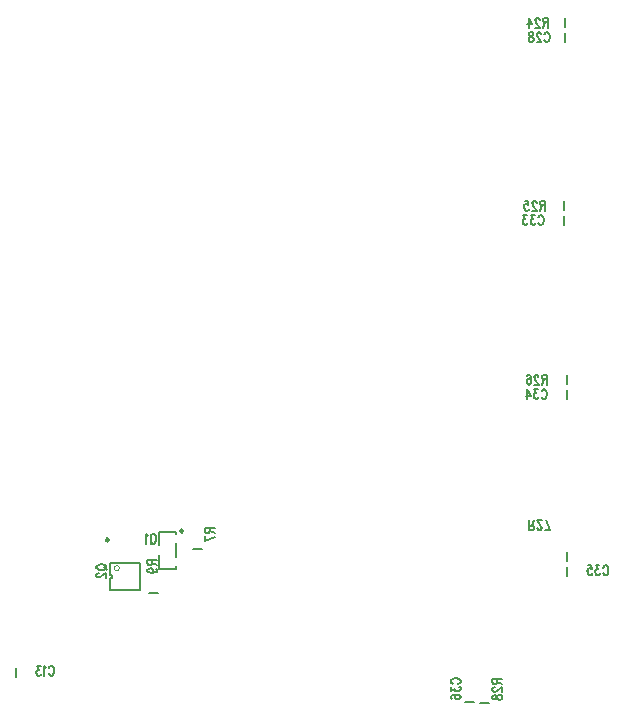
<source format=gbo>
*
*
G04 PADS 9.3.1 Build Number: 456998 generated Gerber (RS-274-X) file*
G04 PC Version=2.1*
*
%IN "accumulatron_rev1.pcb"*%
*
%MOIN*%
*
%FSLAX35Y35*%
*
*
*
*
G04 PC Standard Apertures*
*
*
G04 Thermal Relief Aperture macro.*
%AMTER*
1,1,$1,0,0*
1,0,$1-$2,0,0*
21,0,$3,$4,0,0,45*
21,0,$3,$4,0,0,135*
%
*
*
G04 Annular Aperture macro.*
%AMANN*
1,1,$1,0,0*
1,0,$2,0,0*
%
*
*
G04 Odd Aperture macro.*
%AMODD*
1,1,$1,0,0*
1,0,$1-0.005,0,0*
%
*
*
G04 PC Custom Aperture Macros*
*
*
*
*
*
*
G04 PC Aperture Table*
*
%ADD010C,0.001*%
%ADD012C,0.00787*%
%ADD020C,0.01*%
%ADD064C,0.005*%
%ADD070C,0.00492*%
*
*
*
*
G04 PC Circuitry*
G04 Layer Name accumulatron_rev1.pcb - circuitry*
%LPD*%
*
*
G04 PC Custom Flashes*
G04 Layer Name accumulatron_rev1.pcb - flashes*
%LPD*%
*
*
G04 PC Circuitry*
G04 Layer Name accumulatron_rev1.pcb - circuitry*
%LPD*%
*
G54D10*
G54D12*
G01X192361Y135900D02*
Y132900D01*
X245619Y173056D02*
Y177662D01*
X240107Y176875D02*
Y181206D01*
X245619*
Y180536*
X240107Y173725D02*
Y169001D01*
X245619*
Y169749*
X254200Y175739D02*
X251200D01*
X223576Y170934D02*
Y166972D01*
X224215*
Y165840*
X223576*
Y161879*
X233812*
Y170934*
X223576*
X236700Y160961D02*
X239700D01*
X375439Y349600D02*
Y352600D01*
X375361Y347600D02*
Y344600D01*
X375039Y288500D02*
Y291500D01*
X374961Y286500D02*
Y283500D01*
X376039Y230500D02*
Y233500D01*
X375961Y228500D02*
Y225500D01*
X376039Y171500D02*
Y174500D01*
X375961Y169500D02*
Y166500D01*
X346900Y124361D02*
X349900D01*
X344900Y124439D02*
X341900D01*
G54D20*
X248087Y181599D02*
G75*
G03X248087I-500J0D01*
G01X223288Y178611D02*
G03X223288I-500J0D01*
G54D64*
G01X203359Y135800D02*
X203473Y136113D01*
X203473D02*
X203700Y136425D01*
X203927Y136581*
X204382*
X204609Y136425*
X204836Y136113*
X204836D02*
X204950Y135800D01*
X205064Y135331*
Y134550*
X204950Y134081*
X204836Y133769*
X204609Y133456*
X204382Y133300*
X203927*
X203700Y133456*
X203473Y133769*
X203359Y134081*
X202336Y135956D02*
X202109Y136113D01*
X202109D02*
X201768Y136581D01*
Y133300*
X200518Y136581D02*
X199268D01*
X199950Y135331*
X199609*
X199382Y135175*
X199268Y135019*
X199155Y134550*
Y134238*
X199155D02*
X199268Y133769D01*
X199495Y133456*
X199836Y133300*
X200177*
X200518Y133456*
X200632Y133613*
X200632D02*
X200745Y133925D01*
X238386Y180687D02*
X238614Y180531D01*
X238841Y180219*
X238955Y179906*
X239068Y179437*
X239068D02*
Y178656D01*
X238955Y178187*
X238955D02*
X238841Y177875D01*
X238614Y177562*
X238614D02*
X238386Y177406D01*
X237932*
X237705Y177562*
X237705D02*
X237477Y177875D01*
X237364Y178187*
X237364D02*
X237250Y178656D01*
Y179437*
X237250D02*
X237364Y179906D01*
X237477Y180219*
X237705Y180531*
X237932Y180687*
X237932D02*
X238386D01*
X238045Y178031D02*
X237364Y177094D01*
X236227Y180062D02*
X236000Y180219D01*
X235659Y180687*
X235659D02*
Y177406D01*
X255313Y182489D02*
X258594D01*
X255313D02*
Y181466D01*
X255313D02*
X255469Y181125D01*
X255625Y181011*
X255938Y180898*
X255938D02*
X256250D01*
X256563Y181011*
X256563D02*
X256719Y181125D01*
X256875Y181466*
Y182489*
Y181693D02*
X258594Y180898D01*
X255313Y178284D02*
X258594Y179420D01*
X255313Y179875D02*
Y178284D01*
X219125Y169761D02*
X219281Y169989D01*
X219594Y170216*
X219906Y170330*
X220375Y170443*
X221156*
X221625Y170330*
X221938Y170216*
X221938D02*
X222250Y169989D01*
X222406Y169761*
Y169307*
X222250Y169080*
X221938Y168852*
X221938D02*
X221625Y168739D01*
X221156Y168625*
X220375*
X219906Y168739*
X219594Y168852*
X219281Y169080*
X219125Y169307*
Y169761*
X221781Y169420D02*
X222719Y168739D01*
X219906Y167489D02*
X219750D01*
X219438Y167375*
X219438D02*
X219281Y167261D01*
X219125Y167034*
Y166580*
X219281Y166352*
X219438Y166239*
X219438D02*
X219750Y166125D01*
X220063*
X220063D02*
X220375Y166239D01*
X220844Y166466*
X222406Y167602*
Y166011*
X236125Y171773D02*
X239406D01*
X236125D02*
Y170750D01*
X236281Y170409*
X236437Y170295*
X236437D02*
X236750Y170182D01*
X237062*
X237062D02*
X237375Y170295D01*
X237531Y170409*
X237687Y170750*
X237687D02*
Y171773D01*
Y170977D02*
X239406Y170182D01*
X237219Y167682D02*
X237687Y167795D01*
X237687D02*
X238000Y168023D01*
X238156Y168364*
Y168477*
X238000Y168818*
X237687Y169045*
X237687D02*
X237219Y169159D01*
X237062*
X237062D02*
X236594Y169045D01*
X236281Y168818*
X236125Y168477*
Y168364*
X236281Y168023*
X236594Y167795*
X237219Y167682*
X238000*
X238781Y167795*
X239250Y168023*
X239406Y168364*
Y168591*
X239250Y168932*
X238937Y169045*
X369580Y352688D02*
Y349406D01*
Y352688D02*
X368557D01*
X368557D02*
X368216Y352531D01*
X368102Y352375*
X367989Y352063*
X367989D02*
Y351750D01*
X368102Y351438*
X368102D02*
X368216Y351281D01*
X368557Y351125*
X369580*
X368784D02*
X367989Y349406D01*
X366852Y351906D02*
Y352063D01*
X366852D02*
X366739Y352375D01*
X366625Y352531*
X366398Y352688*
X366398D02*
X365943D01*
X365943D02*
X365716Y352531D01*
X365602Y352375*
X365489Y352063*
X365489D02*
Y351750D01*
X365602Y351438*
X365602D02*
X365830Y350969D01*
X366966Y349406*
X365375*
X363216Y352688D02*
X364352Y350500D01*
X362648*
X363216Y352688D02*
Y349406D01*
X368489Y347094D02*
X368602Y347406D01*
X368830Y347719*
X369057Y347875*
X369511*
X369739Y347719*
X369966Y347406*
X370080Y347094*
X370193Y346625*
Y345844*
X370080Y345375*
X369966Y345063*
X369966D02*
X369739Y344750D01*
X369511Y344594*
X369057*
X368830Y344750*
X368602Y345063*
X368602D02*
X368489Y345375D01*
X367352Y347094D02*
Y347250D01*
X367239Y347563*
X367239D02*
X367125Y347719D01*
X366898Y347875*
X366443*
X366216Y347719*
X366102Y347563*
X366102D02*
X365989Y347250D01*
Y346938*
X365989D02*
X366102Y346625D01*
X366330Y346156*
X367466Y344594*
X365875*
X364284Y347875D02*
X364625Y347719D01*
X364739Y347406*
Y347094*
X364625Y346781*
X364398Y346625*
X363943Y346469*
X363602Y346313*
X363602D02*
X363375Y346000D01*
X363261Y345688*
X363261D02*
Y345219D01*
X363375Y344906*
X363489Y344750*
X363830Y344594*
X364284*
X364625Y344750*
X364739Y344906*
X364852Y345219*
Y345688*
X364852D02*
X364739Y346000D01*
X364511Y346313*
X364511D02*
X364170Y346469D01*
X363716Y346625*
X363489Y346781*
X363375Y347094*
Y347406*
X363489Y347719*
X363830Y347875*
X364284*
X368580Y291688D02*
Y288406D01*
Y291688D02*
X367557D01*
X367557D02*
X367216Y291531D01*
X367102Y291375*
X366989Y291063*
X366989D02*
Y290750D01*
X367102Y290438*
X367102D02*
X367216Y290281D01*
X367557Y290125*
X368580*
X367784D02*
X366989Y288406D01*
X365852Y290906D02*
Y291063D01*
X365852D02*
X365739Y291375D01*
X365625Y291531*
X365398Y291688*
X365398D02*
X364943D01*
X364943D02*
X364716Y291531D01*
X364602Y291375*
X364489Y291063*
X364489D02*
Y290750D01*
X364602Y290438*
X364602D02*
X364830Y289969D01*
X365966Y288406*
X364375*
X361875Y291688D02*
X363011D01*
X363011D02*
X363125Y290281D01*
X363011Y290438*
X363011D02*
X362670Y290594D01*
X362330*
X361989Y290438*
X361989D02*
X361761Y290125D01*
X361648Y289656*
X361761Y289344*
X361875Y288875*
X362102Y288563*
X362102D02*
X362443Y288406D01*
X362784*
X363125Y288563*
X363125D02*
X363239Y288719D01*
X363352Y289031*
X366489Y286094D02*
X366602Y286406D01*
X366830Y286719*
X367057Y286875*
X367511*
X367739Y286719*
X367966Y286406*
X368080Y286094*
X368193Y285625*
Y284844*
X368080Y284375*
X367966Y284063*
X367966D02*
X367739Y283750D01*
X367511Y283594*
X367057*
X366830Y283750*
X366602Y284063*
X366602D02*
X366489Y284375D01*
X365239Y286875D02*
X363989D01*
X364670Y285625*
X364330*
X364102Y285469*
X363989Y285313*
X363989D02*
X363875Y284844D01*
Y284531*
X363989Y284063*
X363989D02*
X364216Y283750D01*
X364557Y283594*
X364898*
X365239Y283750*
X365352Y283906*
X365466Y284219*
X362625Y286875D02*
X361375D01*
X362057Y285625*
X361716*
X361489Y285469*
X361375Y285313*
X361375D02*
X361261Y284844D01*
Y284531*
X361375Y284063*
X361375D02*
X361602Y283750D01*
X361943Y283594*
X362284*
X362625Y283750*
X362739Y283906*
X362852Y284219*
X369239Y233688D02*
Y230406D01*
Y233688D02*
X368216D01*
X368216D02*
X367875Y233531D01*
X367761Y233375*
X367648Y233063*
X367648D02*
Y232750D01*
X367761Y232438*
X367761D02*
X367875Y232281D01*
X368216Y232125*
X369239*
X368443D02*
X367648Y230406D01*
X366511Y232906D02*
Y233063D01*
X366511D02*
X366398Y233375D01*
X366284Y233531*
X366057Y233688*
X366057D02*
X365602D01*
X365602D02*
X365375Y233531D01*
X365261Y233375*
X365148Y233063*
X365148D02*
Y232750D01*
X365261Y232438*
X365261D02*
X365489Y231969D01*
X366625Y230406*
X365034*
X362648Y233219D02*
X362761Y233531D01*
X363102Y233688*
X363102D02*
X363330D01*
X363330D02*
X363670Y233531D01*
X363898Y233063*
X363898D02*
X364011Y232281D01*
Y231500*
X363898Y230875*
X363670Y230563*
X363670D02*
X363330Y230406D01*
X363216*
X362875Y230563*
X362875D02*
X362648Y230875D01*
X362534Y231344*
Y231500*
X362648Y231969*
X362875Y232281*
X363216Y232438*
X363216D02*
X363330D01*
X363330D02*
X363670Y232281D01*
X363898Y231969*
X364011Y231500*
X367545Y228094D02*
X367659Y228406D01*
X367886Y228719*
X368114Y228875*
X368568*
X368795Y228719*
X369023Y228406*
X369136Y228094*
X369250Y227625*
Y226844*
X369136Y226375*
X369023Y226063*
X369023D02*
X368795Y225750D01*
X368568Y225594*
X368114*
X367886Y225750*
X367659Y226063*
X367659D02*
X367545Y226375D01*
X366295Y228875D02*
X365045D01*
X365727Y227625*
X365386*
X365159Y227469*
X365045Y227313*
X365045D02*
X364932Y226844D01*
Y226531*
X365045Y226063*
X365045D02*
X365273Y225750D01*
X365614Y225594*
X365955*
X366295Y225750*
X366409Y225906*
X366523Y226219*
X362773Y228875D02*
X363909Y226688D01*
X363909D02*
X362205D01*
X362773Y228875D02*
Y225594D01*
X363427Y181819D02*
Y185100D01*
Y181819D02*
X364450D01*
X364791Y181975*
X364905Y182131*
X365018Y182444*
Y182756*
X364905Y183069*
X364791Y183225*
X364450Y183381*
X363427*
X364223D02*
X365018Y185100D01*
X366155Y182600D02*
Y182444D01*
X366268Y182131*
X366382Y181975*
X366609Y181819*
X367064*
X367291Y181975*
X367405Y182131*
X367518Y182444*
Y182756*
X367405Y183069*
X367177Y183537*
X367177D02*
X366041Y185100D01*
X367632*
X370245Y181819D02*
X369109Y185100D01*
X368655Y181819D02*
X370245D01*
X388095Y169400D02*
X388209Y169713D01*
X388209D02*
X388436Y170025D01*
X388664Y170181*
X389118*
X389345Y170025*
X389573Y169713*
X389573D02*
X389686Y169400D01*
X389800Y168931*
Y168150*
X389686Y167681*
X389573Y167369*
X389345Y167056*
X389118Y166900*
X388664*
X388436Y167056*
X388209Y167369*
X388095Y167681*
X386845Y170181D02*
X385595D01*
X386277Y168931*
X385936*
X385709Y168775*
X385595Y168619*
X385482Y168150*
Y167838*
X385482D02*
X385595Y167369D01*
X385823Y167056*
X386164Y166900*
X386505*
X386845Y167056*
X386959Y167213*
X386959D02*
X387073Y167525D01*
X382982Y170181D02*
X384118D01*
X384232Y168775*
X384118Y168931*
X383777Y169088*
X383777D02*
X383436D01*
X383436D02*
X383095Y168931D01*
X382868Y168619*
X382755Y168150*
X382868Y167838*
X382868D02*
X382982Y167369D01*
X383209Y167056*
X383550Y166900*
X383891*
X384232Y167056*
X384345Y167213*
X384345D02*
X384459Y167525D01*
X351125Y132136D02*
X354406D01*
X351125D02*
Y131114D01*
X351281Y130773*
X351437Y130659*
X351437D02*
X351750Y130545D01*
X352062*
X352062D02*
X352375Y130659D01*
X352531Y130773*
X352687Y131114*
X352687D02*
Y132136D01*
Y131341D02*
X354406Y130545D01*
X351906Y129409D02*
X351750D01*
X351437Y129295*
X351437D02*
X351281Y129182D01*
X351125Y128955*
Y128500*
X351281Y128273*
X351437Y128159*
X351437D02*
X351750Y128045D01*
X352062*
X352062D02*
X352375Y128159D01*
X352844Y128386*
X354406Y129523*
Y127932*
X351125Y126341D02*
X351281Y126682D01*
X351594Y126795*
X351906*
X352219Y126682*
X352375Y126455*
X352531Y126000*
X352687Y125659*
X352687D02*
X353000Y125432D01*
X353312Y125318*
X353312D02*
X353781D01*
X354094Y125432*
X354250Y125545*
X354406Y125886*
Y126341*
X354250Y126682*
X354094Y126795*
X353781Y126909*
X353312*
X353312D02*
X353000Y126795D01*
X352687Y126568*
X352687D02*
X352531Y126227D01*
X352375Y125773*
X352219Y125545*
X351906Y125432*
X351594*
X351281Y125545*
X351125Y125886*
Y126341*
X338094Y130705D02*
X337781Y130818D01*
X337469Y131045*
X337313Y131273*
X337313D02*
Y131727D01*
X337313D02*
X337469Y131955D01*
X337781Y132182*
X338094Y132295*
X338563Y132409*
X338563D02*
X339344D01*
X339813Y132295*
X339813D02*
X340125Y132182D01*
X340438Y131955*
X340438D02*
X340594Y131727D01*
Y131273*
X340438Y131045*
X340438D02*
X340125Y130818D01*
X339813Y130705*
X337313Y129455D02*
Y128205D01*
X337313D02*
X338563Y128886D01*
X338563D02*
Y128545D01*
X338563D02*
X338719Y128318D01*
X338875Y128205*
X339344Y128091*
X339656*
X340125Y128205*
X340438Y128432*
X340438D02*
X340594Y128773D01*
Y129114*
X340438Y129455*
X340438D02*
X340281Y129568D01*
X339969Y129682*
X337781Y125705D02*
X337469Y125818D01*
X337313Y126159*
X337313D02*
Y126386D01*
X337313D02*
X337469Y126727D01*
X337938Y126955*
X337938D02*
X338719Y127068D01*
X339500*
X340125Y126955*
X340438Y126727*
X340438D02*
X340594Y126386D01*
Y126273*
X340438Y125932*
X340438D02*
X340125Y125705D01*
X339656Y125591*
X339500*
X339031Y125705*
X338719Y125932*
X338563Y126273*
X338563D02*
Y126386D01*
X338563D02*
X338719Y126727D01*
X339031Y126955*
X339500Y127068*
G54D70*
X226818Y169162D02*
G03X226818I-880J0D01*
G74*
G01X0Y0D02*
M02*

</source>
